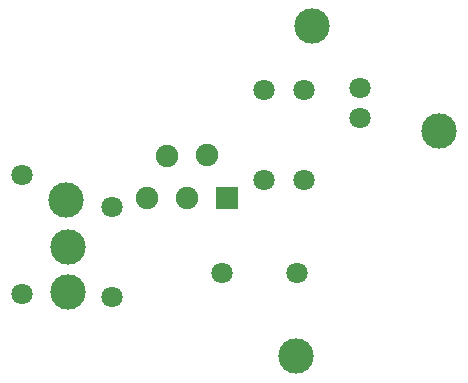
<source format=gbr>
G04 DipTrace 3.1.0.0*
G04 Íèæíèé.gbr*
%MOMM*%
G04 #@! TF.FileFunction,Copper,L2,Bot*
G04 #@! TF.Part,Single*
G04 #@! TA.AperFunction,ComponentPad*
%ADD16C,1.8*%
%ADD18C,1.8*%
%ADD22C,3.0*%
%ADD26R,1.9X1.9*%
%ADD27C,1.9*%
%FSLAX35Y35*%
G04*
G71*
G90*
G75*
G01*
G04 Bottom*
%LPD*%
D16*
X2476060Y1141453D3*
X3111060D3*
X3643890Y2450750D3*
Y2704750D3*
D18*
X782620Y1971120D3*
Y961120D3*
D22*
X3106353Y434330D3*
X1174847Y1354160D3*
X4316547Y2339187D3*
X1176777Y976933D3*
X3240627Y3228013D3*
X1157997Y1759890D3*
D16*
X1550210Y937140D3*
Y1699140D3*
X2836147Y1923483D3*
Y2685483D3*
X3168597Y2684380D3*
Y1922380D3*
D26*
X2520960Y1777363D3*
D27*
X2350960Y2137363D3*
X2180960Y1777363D3*
X2010960Y2127363D3*
X1840960Y1777363D3*
M02*

</source>
